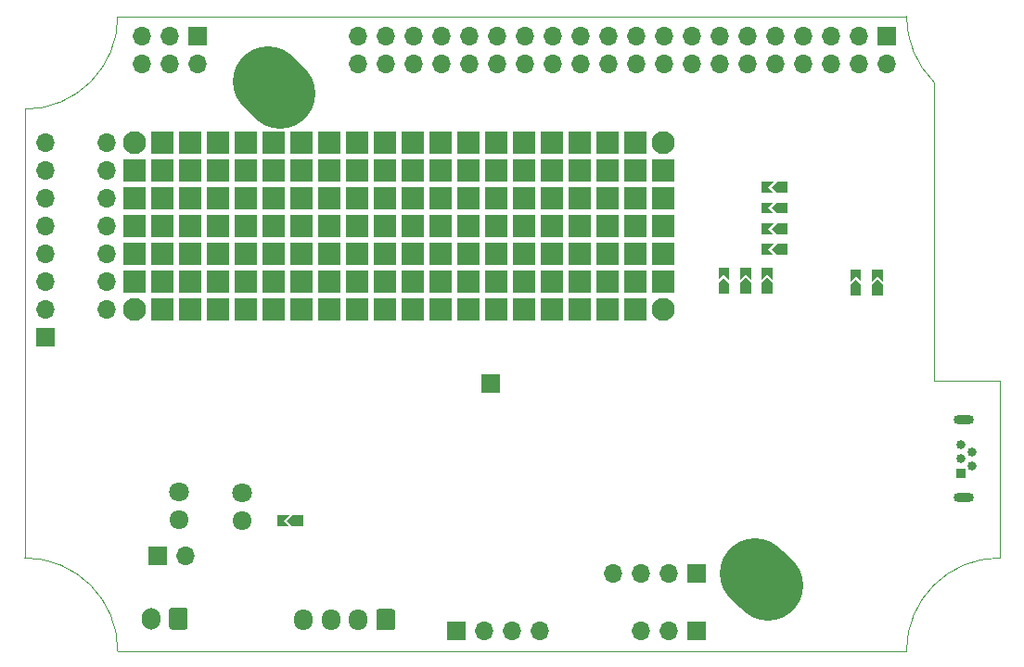
<source format=gbr>
G04 #@! TF.GenerationSoftware,KiCad,Pcbnew,5.1.5+dfsg1-2build2*
G04 #@! TF.CreationDate,2021-04-26T18:34:43+00:00*
G04 #@! TF.ProjectId,SH-ESP32,53482d45-5350-4333-922e-6b696361645f,0.3.1*
G04 #@! TF.SameCoordinates,Original*
G04 #@! TF.FileFunction,Soldermask,Bot*
G04 #@! TF.FilePolarity,Negative*
%FSLAX46Y46*%
G04 Gerber Fmt 4.6, Leading zero omitted, Abs format (unit mm)*
G04 Created by KiCad (PCBNEW 5.1.5+dfsg1-2build2) date 2021-04-26 18:34:43*
%MOMM*%
%LPD*%
G04 APERTURE LIST*
G04 #@! TA.AperFunction,Profile*
%ADD10C,0.050000*%
G04 #@! TD*
%ADD11O,1.700000X1.700000*%
%ADD12R,1.700000X1.700000*%
%ADD13C,6.400000*%
%ADD14O,1.700000X1.950000*%
%ADD15C,0.350000*%
%ADD16C,2.100000*%
%ADD17O,1.700000X2.000000*%
%ADD18R,0.840000X0.840000*%
%ADD19C,0.840000*%
%ADD20O,1.850000X0.850000*%
%ADD21C,1.800000*%
%ADD22O,1.800000X1.700000*%
%ADD23R,2.100000X2.100000*%
G04 APERTURE END LIST*
D10*
X178000000Y-90300000D02*
X178000000Y-106500000D01*
X172000000Y-90300000D02*
X172000092Y-63020889D01*
X178000000Y-90300000D02*
X172000000Y-90300000D01*
X169500000Y-115000000D02*
G75*
G02X178000000Y-106500000I8500000J0D01*
G01*
X89000000Y-106500000D02*
G75*
G02X97500000Y-115000000I0J-8500000D01*
G01*
X172000092Y-63020889D02*
G75*
G02X169500000Y-57000000I5999908J6020889D01*
G01*
X97500000Y-57000000D02*
G75*
G02X89000000Y-65500000I-8500000J0D01*
G01*
X169500000Y-115000000D02*
X97500000Y-115000000D01*
X169500000Y-57000000D02*
X97500000Y-57000000D01*
X89000000Y-65500000D02*
X89000000Y-106500000D01*
D11*
G04 #@! TO.C,J202*
X99740000Y-61340000D03*
X99740000Y-58800000D03*
X102280000Y-61340000D03*
X102280000Y-58800000D03*
X104820000Y-61340000D03*
D12*
X104820000Y-58800000D03*
G04 #@! TD*
D13*
G04 #@! TO.C,H1001*
X112315685Y-64065685D02*
X111184315Y-62934315D01*
G04 #@! TD*
G04 #@! TO.C,H1002*
X156815685Y-109065685D02*
X155684315Y-107934315D01*
G04 #@! TD*
D14*
G04 #@! TO.C,J601*
X114450000Y-112150000D03*
X116950000Y-112150000D03*
X119450000Y-112150000D03*
D15*
G36*
X122574504Y-111176204D02*
G01*
X122598773Y-111179804D01*
X122622571Y-111185765D01*
X122645671Y-111194030D01*
X122667849Y-111204520D01*
X122688893Y-111217133D01*
X122708598Y-111231747D01*
X122726777Y-111248223D01*
X122743253Y-111266402D01*
X122757867Y-111286107D01*
X122770480Y-111307151D01*
X122780970Y-111329329D01*
X122789235Y-111352429D01*
X122795196Y-111376227D01*
X122798796Y-111400496D01*
X122800000Y-111425000D01*
X122800000Y-112875000D01*
X122798796Y-112899504D01*
X122795196Y-112923773D01*
X122789235Y-112947571D01*
X122780970Y-112970671D01*
X122770480Y-112992849D01*
X122757867Y-113013893D01*
X122743253Y-113033598D01*
X122726777Y-113051777D01*
X122708598Y-113068253D01*
X122688893Y-113082867D01*
X122667849Y-113095480D01*
X122645671Y-113105970D01*
X122622571Y-113114235D01*
X122598773Y-113120196D01*
X122574504Y-113123796D01*
X122550000Y-113125000D01*
X121350000Y-113125000D01*
X121325496Y-113123796D01*
X121301227Y-113120196D01*
X121277429Y-113114235D01*
X121254329Y-113105970D01*
X121232151Y-113095480D01*
X121211107Y-113082867D01*
X121191402Y-113068253D01*
X121173223Y-113051777D01*
X121156747Y-113033598D01*
X121142133Y-113013893D01*
X121129520Y-112992849D01*
X121119030Y-112970671D01*
X121110765Y-112947571D01*
X121104804Y-112923773D01*
X121101204Y-112899504D01*
X121100000Y-112875000D01*
X121100000Y-111425000D01*
X121101204Y-111400496D01*
X121104804Y-111376227D01*
X121110765Y-111352429D01*
X121119030Y-111329329D01*
X121129520Y-111307151D01*
X121142133Y-111286107D01*
X121156747Y-111266402D01*
X121173223Y-111248223D01*
X121191402Y-111231747D01*
X121211107Y-111217133D01*
X121232151Y-111204520D01*
X121254329Y-111194030D01*
X121277429Y-111185765D01*
X121301227Y-111179804D01*
X121325496Y-111176204D01*
X121350000Y-111175000D01*
X122550000Y-111175000D01*
X122574504Y-111176204D01*
G37*
G04 #@! TD*
D16*
G04 #@! TO.C,REF\002A\002A*
X147320000Y-83820000D03*
G04 #@! TD*
G04 #@! TO.C,REF\002A\002A*
X99060000Y-83820000D03*
G04 #@! TD*
G04 #@! TO.C,REF\002A\002A*
X99060000Y-68580000D03*
G04 #@! TD*
G04 #@! TO.C,REF\002A\002A*
X147320000Y-68580000D03*
G04 #@! TD*
D12*
G04 #@! TO.C,J702*
X150300000Y-107910000D03*
D11*
X147760000Y-107910000D03*
X145220000Y-107910000D03*
X142680000Y-107910000D03*
G04 #@! TD*
D17*
G04 #@! TO.C,J301*
X100540000Y-112050000D03*
D15*
G36*
X103664504Y-111051204D02*
G01*
X103688773Y-111054804D01*
X103712571Y-111060765D01*
X103735671Y-111069030D01*
X103757849Y-111079520D01*
X103778893Y-111092133D01*
X103798598Y-111106747D01*
X103816777Y-111123223D01*
X103833253Y-111141402D01*
X103847867Y-111161107D01*
X103860480Y-111182151D01*
X103870970Y-111204329D01*
X103879235Y-111227429D01*
X103885196Y-111251227D01*
X103888796Y-111275496D01*
X103890000Y-111300000D01*
X103890000Y-112800000D01*
X103888796Y-112824504D01*
X103885196Y-112848773D01*
X103879235Y-112872571D01*
X103870970Y-112895671D01*
X103860480Y-112917849D01*
X103847867Y-112938893D01*
X103833253Y-112958598D01*
X103816777Y-112976777D01*
X103798598Y-112993253D01*
X103778893Y-113007867D01*
X103757849Y-113020480D01*
X103735671Y-113030970D01*
X103712571Y-113039235D01*
X103688773Y-113045196D01*
X103664504Y-113048796D01*
X103640000Y-113050000D01*
X102440000Y-113050000D01*
X102415496Y-113048796D01*
X102391227Y-113045196D01*
X102367429Y-113039235D01*
X102344329Y-113030970D01*
X102322151Y-113020480D01*
X102301107Y-113007867D01*
X102281402Y-112993253D01*
X102263223Y-112976777D01*
X102246747Y-112958598D01*
X102232133Y-112938893D01*
X102219520Y-112917849D01*
X102209030Y-112895671D01*
X102200765Y-112872571D01*
X102194804Y-112848773D01*
X102191204Y-112824504D01*
X102190000Y-112800000D01*
X102190000Y-111300000D01*
X102191204Y-111275496D01*
X102194804Y-111251227D01*
X102200765Y-111227429D01*
X102209030Y-111204329D01*
X102219520Y-111182151D01*
X102232133Y-111161107D01*
X102246747Y-111141402D01*
X102263223Y-111123223D01*
X102281402Y-111106747D01*
X102301107Y-111092133D01*
X102322151Y-111079520D01*
X102344329Y-111069030D01*
X102367429Y-111060765D01*
X102391227Y-111054804D01*
X102415496Y-111051204D01*
X102440000Y-111050000D01*
X103640000Y-111050000D01*
X103664504Y-111051204D01*
G37*
G04 #@! TD*
D18*
G04 #@! TO.C,J401*
X174500000Y-98750000D03*
D19*
X175500000Y-98100000D03*
X174500000Y-97450000D03*
X175500000Y-96800000D03*
X174500000Y-96150000D03*
D20*
X174720000Y-101025000D03*
X174720000Y-93875000D03*
G04 #@! TD*
D12*
G04 #@! TO.C,J203*
X131550000Y-90540000D03*
G04 #@! TD*
D15*
G04 #@! TO.C,JP206*
G36*
X156235000Y-74020000D02*
G01*
X157385000Y-74020000D01*
X156885000Y-74520000D01*
X157385000Y-75020000D01*
X156235000Y-75020000D01*
X156235000Y-74020000D01*
G37*
G36*
X157160000Y-74520000D02*
G01*
X157660000Y-74020000D01*
X158660000Y-74020000D01*
X158660000Y-75020000D01*
X157660000Y-75020000D01*
X157160000Y-74520000D01*
G37*
G04 #@! TD*
D11*
G04 #@! TO.C,J201*
X119390000Y-61340000D03*
X119390000Y-58800000D03*
X121930000Y-61340000D03*
X121930000Y-58800000D03*
X124470000Y-61340000D03*
X124470000Y-58800000D03*
X127010000Y-61340000D03*
X127010000Y-58800000D03*
X129550000Y-61340000D03*
X129550000Y-58800000D03*
X132090000Y-61340000D03*
X132090000Y-58800000D03*
X134630000Y-61340000D03*
X134630000Y-58800000D03*
X137170000Y-61340000D03*
X137170000Y-58800000D03*
X139710000Y-61340000D03*
X139710000Y-58800000D03*
X142250000Y-61340000D03*
X142250000Y-58800000D03*
X144790000Y-61340000D03*
X144790000Y-58800000D03*
X147330000Y-61340000D03*
X147330000Y-58800000D03*
X149870000Y-61340000D03*
X149870000Y-58800000D03*
X152410000Y-61340000D03*
X152410000Y-58800000D03*
X154950000Y-61340000D03*
X154950000Y-58800000D03*
X157490000Y-61340000D03*
X157490000Y-58800000D03*
X160030000Y-61340000D03*
X160030000Y-58800000D03*
X162570000Y-61340000D03*
X162570000Y-58800000D03*
X165110000Y-61340000D03*
X165110000Y-58800000D03*
X167650000Y-61340000D03*
D12*
X167650000Y-58800000D03*
G04 #@! TD*
D15*
G04 #@! TO.C,JP601*
G36*
X112022000Y-102624000D02*
G01*
X113172000Y-102624000D01*
X112672000Y-103124000D01*
X113172000Y-103624000D01*
X112022000Y-103624000D01*
X112022000Y-102624000D01*
G37*
G36*
X112947000Y-103124000D02*
G01*
X113447000Y-102624000D01*
X114447000Y-102624000D01*
X114447000Y-103624000D01*
X113447000Y-103624000D01*
X112947000Y-103124000D01*
G37*
G04 #@! TD*
D21*
G04 #@! TO.C,J303*
X103124000Y-100457000D03*
D22*
X103124000Y-102997000D03*
G04 #@! TD*
D21*
G04 #@! TO.C,J602*
X108850000Y-100600000D03*
D22*
X108850000Y-103140000D03*
G04 #@! TD*
D11*
G04 #@! TO.C,J207*
X96520000Y-68580000D03*
X96520000Y-71120000D03*
X96520000Y-73660000D03*
X96520000Y-76200000D03*
X96520000Y-78740000D03*
X96520000Y-81280000D03*
X96520000Y-83820000D03*
G04 #@! TD*
D23*
G04 #@! TO.C,REF\002A\002A*
X101600000Y-81280000D03*
G04 #@! TD*
G04 #@! TO.C,REF\002A\002A*
X104140000Y-81280000D03*
G04 #@! TD*
G04 #@! TO.C,REF\002A\002A*
X104140000Y-78740000D03*
G04 #@! TD*
G04 #@! TO.C,REF\002A\002A*
X104140000Y-73660000D03*
G04 #@! TD*
G04 #@! TO.C,REF\002A\002A*
X99060000Y-73660000D03*
G04 #@! TD*
G04 #@! TO.C,REF\002A\002A*
X101600000Y-73660000D03*
G04 #@! TD*
G04 #@! TO.C,REF\002A\002A*
X101600000Y-71120000D03*
G04 #@! TD*
G04 #@! TO.C,REF\002A\002A*
X101600000Y-78740000D03*
G04 #@! TD*
G04 #@! TO.C,REF\002A\002A*
X101600000Y-76200000D03*
G04 #@! TD*
G04 #@! TO.C,REF\002A\002A*
X99060000Y-78740000D03*
G04 #@! TD*
G04 #@! TO.C,REF\002A\002A*
X99060000Y-76200000D03*
G04 #@! TD*
G04 #@! TO.C,REF\002A\002A*
X99060000Y-81280000D03*
G04 #@! TD*
G04 #@! TO.C,REF\002A\002A*
X99060000Y-71120000D03*
G04 #@! TD*
G04 #@! TO.C,REF\002A\002A*
X104140000Y-76200000D03*
G04 #@! TD*
G04 #@! TO.C,REF\002A\002A*
X104140000Y-71120000D03*
G04 #@! TD*
G04 #@! TO.C,REF\002A\002A*
X104140000Y-83820000D03*
G04 #@! TD*
G04 #@! TO.C,REF\002A\002A*
X101600000Y-83820000D03*
G04 #@! TD*
G04 #@! TO.C,REF\002A\002A*
X104140000Y-68580000D03*
G04 #@! TD*
G04 #@! TO.C,REF\002A\002A*
X101600000Y-68580000D03*
G04 #@! TD*
D11*
G04 #@! TO.C,J206*
X90875000Y-68580000D03*
X90875000Y-71120000D03*
X90875000Y-73660000D03*
X90875000Y-76200000D03*
X90875000Y-78740000D03*
X90875000Y-81280000D03*
X90875000Y-83820000D03*
D12*
X90875000Y-86360000D03*
G04 #@! TD*
D11*
G04 #@! TO.C,J302*
X103640000Y-106300000D03*
D12*
X101100000Y-106300000D03*
G04 #@! TD*
D15*
G04 #@! TO.C,JP208*
G36*
X156235000Y-75920000D02*
G01*
X157385000Y-75920000D01*
X156885000Y-76420000D01*
X157385000Y-76920000D01*
X156235000Y-76920000D01*
X156235000Y-75920000D01*
G37*
G36*
X157160000Y-76420000D02*
G01*
X157660000Y-75920000D01*
X158660000Y-75920000D01*
X158660000Y-76920000D01*
X157660000Y-76920000D01*
X157160000Y-76420000D01*
G37*
G04 #@! TD*
G04 #@! TO.C,JP209*
G36*
X156235000Y-72120000D02*
G01*
X157385000Y-72120000D01*
X156885000Y-72620000D01*
X157385000Y-73120000D01*
X156235000Y-73120000D01*
X156235000Y-72120000D01*
G37*
G36*
X157160000Y-72620000D02*
G01*
X157660000Y-72120000D01*
X158660000Y-72120000D01*
X158660000Y-73120000D01*
X157660000Y-73120000D01*
X157160000Y-72620000D01*
G37*
G04 #@! TD*
G04 #@! TO.C,JP207*
G36*
X153330000Y-79960000D02*
G01*
X153330000Y-81110000D01*
X152830000Y-80610000D01*
X152330000Y-81110000D01*
X152330000Y-79960000D01*
X153330000Y-79960000D01*
G37*
G36*
X152830000Y-80885000D02*
G01*
X153330000Y-81385000D01*
X153330000Y-82385000D01*
X152330000Y-82385000D01*
X152330000Y-81385000D01*
X152830000Y-80885000D01*
G37*
G04 #@! TD*
G04 #@! TO.C,JP205*
G36*
X156235000Y-77820000D02*
G01*
X157385000Y-77820000D01*
X156885000Y-78320000D01*
X157385000Y-78820000D01*
X156235000Y-78820000D01*
X156235000Y-77820000D01*
G37*
G36*
X157160000Y-78320000D02*
G01*
X157660000Y-77820000D01*
X158660000Y-77820000D01*
X158660000Y-78820000D01*
X157660000Y-78820000D01*
X157160000Y-78320000D01*
G37*
G04 #@! TD*
G04 #@! TO.C,JP204*
G36*
X155300000Y-79950000D02*
G01*
X155300000Y-81100000D01*
X154800000Y-80600000D01*
X154300000Y-81100000D01*
X154300000Y-79950000D01*
X155300000Y-79950000D01*
G37*
G36*
X154800000Y-80875000D02*
G01*
X155300000Y-81375000D01*
X155300000Y-82375000D01*
X154300000Y-82375000D01*
X154300000Y-81375000D01*
X154800000Y-80875000D01*
G37*
G04 #@! TD*
G04 #@! TO.C,JP203*
G36*
X165360000Y-80120000D02*
G01*
X165360000Y-81270000D01*
X164860000Y-80770000D01*
X164360000Y-81270000D01*
X164360000Y-80120000D01*
X165360000Y-80120000D01*
G37*
G36*
X164860000Y-81045000D02*
G01*
X165360000Y-81545000D01*
X165360000Y-82545000D01*
X164360000Y-82545000D01*
X164360000Y-81545000D01*
X164860000Y-81045000D01*
G37*
G04 #@! TD*
G04 #@! TO.C,JP202*
G36*
X167320000Y-80120000D02*
G01*
X167320000Y-81270000D01*
X166820000Y-80770000D01*
X166320000Y-81270000D01*
X166320000Y-80120000D01*
X167320000Y-80120000D01*
G37*
G36*
X166820000Y-81045000D02*
G01*
X167320000Y-81545000D01*
X167320000Y-82545000D01*
X166320000Y-82545000D01*
X166320000Y-81545000D01*
X166820000Y-81045000D01*
G37*
G04 #@! TD*
G04 #@! TO.C,JP201*
G36*
X157280000Y-79955000D02*
G01*
X157280000Y-81105000D01*
X156780000Y-80605000D01*
X156280000Y-81105000D01*
X156280000Y-79955000D01*
X157280000Y-79955000D01*
G37*
G36*
X156780000Y-80880000D02*
G01*
X157280000Y-81380000D01*
X157280000Y-82380000D01*
X156280000Y-82380000D01*
X156280000Y-81380000D01*
X156780000Y-80880000D01*
G37*
G04 #@! TD*
D23*
G04 #@! TO.C,REF\002A\002A*
X109220000Y-68580000D03*
G04 #@! TD*
G04 #@! TO.C,REF\002A\002A*
X106680000Y-68580000D03*
G04 #@! TD*
G04 #@! TO.C,REF\002A\002A*
X147320000Y-71120000D03*
G04 #@! TD*
G04 #@! TO.C,REF\002A\002A*
X144780000Y-68580000D03*
G04 #@! TD*
G04 #@! TO.C,REF\002A\002A*
X147320000Y-76200000D03*
G04 #@! TD*
G04 #@! TO.C,REF\002A\002A*
X147320000Y-78740000D03*
G04 #@! TD*
G04 #@! TO.C,REF\002A\002A*
X147320000Y-81280000D03*
G04 #@! TD*
G04 #@! TO.C,REF\002A\002A*
X147320000Y-73660000D03*
G04 #@! TD*
G04 #@! TO.C,REF\002A\002A*
X124460000Y-68580000D03*
G04 #@! TD*
G04 #@! TO.C,REF\002A\002A*
X114300000Y-68580000D03*
G04 #@! TD*
G04 #@! TO.C,REF\002A\002A*
X132080000Y-68580000D03*
G04 #@! TD*
G04 #@! TO.C,REF\002A\002A*
X127000000Y-68580000D03*
G04 #@! TD*
G04 #@! TO.C,REF\002A\002A*
X129540000Y-68580000D03*
G04 #@! TD*
G04 #@! TO.C,REF\002A\002A*
X119380000Y-68580000D03*
G04 #@! TD*
G04 #@! TO.C,REF\002A\002A*
X139700000Y-68580000D03*
G04 #@! TD*
G04 #@! TO.C,REF\002A\002A*
X137160000Y-68580000D03*
G04 #@! TD*
G04 #@! TO.C,REF\002A\002A*
X116840000Y-68580000D03*
G04 #@! TD*
G04 #@! TO.C,REF\002A\002A*
X111760000Y-68580000D03*
G04 #@! TD*
G04 #@! TO.C,REF\002A\002A*
X134620000Y-68580000D03*
G04 #@! TD*
G04 #@! TO.C,REF\002A\002A*
X121920000Y-68580000D03*
G04 #@! TD*
G04 #@! TO.C,REF\002A\002A*
X142240000Y-68580000D03*
G04 #@! TD*
G04 #@! TO.C,REF\002A\002A*
X121920000Y-83820000D03*
G04 #@! TD*
G04 #@! TO.C,REF\002A\002A*
X109220000Y-83820000D03*
G04 #@! TD*
G04 #@! TO.C,REF\002A\002A*
X111760000Y-83820000D03*
G04 #@! TD*
G04 #@! TO.C,REF\002A\002A*
X127000000Y-83820000D03*
G04 #@! TD*
G04 #@! TO.C,REF\002A\002A*
X134620000Y-83820000D03*
G04 #@! TD*
G04 #@! TO.C,REF\002A\002A*
X119380000Y-83820000D03*
G04 #@! TD*
G04 #@! TO.C,REF\002A\002A*
X137160000Y-83820000D03*
G04 #@! TD*
G04 #@! TO.C,REF\002A\002A*
X139700000Y-83820000D03*
G04 #@! TD*
G04 #@! TO.C,REF\002A\002A*
X142240000Y-83820000D03*
G04 #@! TD*
G04 #@! TO.C,REF\002A\002A*
X144780000Y-83820000D03*
G04 #@! TD*
G04 #@! TO.C,REF\002A\002A*
X124460000Y-83820000D03*
G04 #@! TD*
G04 #@! TO.C,REF\002A\002A*
X106680000Y-83820000D03*
G04 #@! TD*
G04 #@! TO.C,REF\002A\002A*
X114300000Y-83820000D03*
G04 #@! TD*
G04 #@! TO.C,REF\002A\002A*
X116840000Y-83820000D03*
G04 #@! TD*
G04 #@! TO.C,REF\002A\002A*
X132080000Y-83820000D03*
G04 #@! TD*
G04 #@! TO.C,REF\002A\002A*
X129540000Y-83820000D03*
G04 #@! TD*
G04 #@! TO.C,REF\002A\002A*
X114300000Y-73660000D03*
G04 #@! TD*
G04 #@! TO.C,REF\002A\002A*
X111760000Y-71120000D03*
G04 #@! TD*
G04 #@! TO.C,REF\002A\002A*
X111760000Y-76200000D03*
G04 #@! TD*
G04 #@! TO.C,REF\002A\002A*
X124460000Y-76200000D03*
G04 #@! TD*
G04 #@! TO.C,REF\002A\002A*
X106680000Y-71120000D03*
G04 #@! TD*
G04 #@! TO.C,REF\002A\002A*
X106680000Y-81280000D03*
G04 #@! TD*
G04 #@! TO.C,REF\002A\002A*
X106680000Y-76200000D03*
G04 #@! TD*
G04 #@! TO.C,REF\002A\002A*
X106680000Y-78740000D03*
G04 #@! TD*
G04 #@! TO.C,REF\002A\002A*
X109220000Y-76200000D03*
G04 #@! TD*
G04 #@! TO.C,REF\002A\002A*
X109220000Y-78740000D03*
G04 #@! TD*
G04 #@! TO.C,REF\002A\002A*
X109220000Y-71120000D03*
G04 #@! TD*
G04 #@! TO.C,REF\002A\002A*
X109220000Y-73660000D03*
G04 #@! TD*
G04 #@! TO.C,REF\002A\002A*
X106680000Y-73660000D03*
G04 #@! TD*
G04 #@! TO.C,REF\002A\002A*
X114300000Y-76200000D03*
G04 #@! TD*
G04 #@! TO.C,REF\002A\002A*
X114300000Y-78740000D03*
G04 #@! TD*
G04 #@! TO.C,REF\002A\002A*
X111760000Y-73660000D03*
G04 #@! TD*
G04 #@! TO.C,REF\002A\002A*
X114300000Y-81280000D03*
G04 #@! TD*
G04 #@! TO.C,REF\002A\002A*
X111760000Y-78740000D03*
G04 #@! TD*
G04 #@! TO.C,REF\002A\002A*
X124460000Y-78740000D03*
G04 #@! TD*
G04 #@! TO.C,REF\002A\002A*
X116840000Y-81280000D03*
G04 #@! TD*
G04 #@! TO.C,REF\002A\002A*
X116840000Y-76200000D03*
G04 #@! TD*
G04 #@! TO.C,REF\002A\002A*
X116840000Y-78740000D03*
G04 #@! TD*
G04 #@! TO.C,REF\002A\002A*
X119380000Y-76200000D03*
G04 #@! TD*
G04 #@! TO.C,REF\002A\002A*
X119380000Y-78740000D03*
G04 #@! TD*
G04 #@! TO.C,REF\002A\002A*
X119380000Y-71120000D03*
G04 #@! TD*
G04 #@! TO.C,REF\002A\002A*
X119380000Y-73660000D03*
G04 #@! TD*
G04 #@! TO.C,REF\002A\002A*
X116840000Y-73660000D03*
G04 #@! TD*
G04 #@! TO.C,REF\002A\002A*
X116840000Y-71120000D03*
G04 #@! TD*
G04 #@! TO.C,REF\002A\002A*
X119380000Y-81280000D03*
G04 #@! TD*
G04 #@! TO.C,REF\002A\002A*
X121920000Y-76200000D03*
G04 #@! TD*
G04 #@! TO.C,REF\002A\002A*
X121920000Y-78740000D03*
G04 #@! TD*
G04 #@! TO.C,REF\002A\002A*
X121920000Y-81280000D03*
G04 #@! TD*
G04 #@! TO.C,REF\002A\002A*
X121920000Y-73660000D03*
G04 #@! TD*
G04 #@! TO.C,REF\002A\002A*
X121920000Y-71120000D03*
G04 #@! TD*
G04 #@! TO.C,REF\002A\002A*
X124460000Y-81280000D03*
G04 #@! TD*
G04 #@! TO.C,REF\002A\002A*
X124460000Y-73660000D03*
G04 #@! TD*
G04 #@! TO.C,REF\002A\002A*
X114300000Y-71120000D03*
G04 #@! TD*
G04 #@! TO.C,REF\002A\002A*
X111760000Y-81280000D03*
G04 #@! TD*
G04 #@! TO.C,REF\002A\002A*
X109220000Y-81280000D03*
G04 #@! TD*
G04 #@! TO.C,REF\002A\002A*
X124460000Y-71120000D03*
G04 #@! TD*
G04 #@! TO.C,REF\002A\002A*
X134620000Y-76200000D03*
G04 #@! TD*
G04 #@! TO.C,REF\002A\002A*
X134620000Y-78740000D03*
G04 #@! TD*
G04 #@! TO.C,REF\002A\002A*
X127000000Y-81280000D03*
G04 #@! TD*
G04 #@! TO.C,REF\002A\002A*
X127000000Y-76200000D03*
G04 #@! TD*
G04 #@! TO.C,REF\002A\002A*
X127000000Y-78740000D03*
G04 #@! TD*
G04 #@! TO.C,REF\002A\002A*
X129540000Y-76200000D03*
G04 #@! TD*
G04 #@! TO.C,REF\002A\002A*
X129540000Y-78740000D03*
G04 #@! TD*
G04 #@! TO.C,REF\002A\002A*
X129540000Y-71120000D03*
G04 #@! TD*
G04 #@! TO.C,REF\002A\002A*
X129540000Y-73660000D03*
G04 #@! TD*
G04 #@! TO.C,REF\002A\002A*
X127000000Y-73660000D03*
G04 #@! TD*
G04 #@! TO.C,REF\002A\002A*
X127000000Y-71120000D03*
G04 #@! TD*
G04 #@! TO.C,REF\002A\002A*
X129540000Y-81280000D03*
G04 #@! TD*
G04 #@! TO.C,REF\002A\002A*
X132080000Y-76200000D03*
G04 #@! TD*
G04 #@! TO.C,REF\002A\002A*
X132080000Y-78740000D03*
G04 #@! TD*
G04 #@! TO.C,REF\002A\002A*
X132080000Y-81280000D03*
G04 #@! TD*
G04 #@! TO.C,REF\002A\002A*
X132080000Y-73660000D03*
G04 #@! TD*
G04 #@! TO.C,REF\002A\002A*
X132080000Y-71120000D03*
G04 #@! TD*
G04 #@! TO.C,REF\002A\002A*
X134620000Y-81280000D03*
G04 #@! TD*
G04 #@! TO.C,REF\002A\002A*
X134620000Y-73660000D03*
G04 #@! TD*
G04 #@! TO.C,REF\002A\002A*
X134620000Y-71120000D03*
G04 #@! TD*
G04 #@! TO.C,REF\002A\002A*
X139700000Y-76200000D03*
G04 #@! TD*
G04 #@! TO.C,REF\002A\002A*
X139700000Y-78740000D03*
G04 #@! TD*
G04 #@! TO.C,REF\002A\002A*
X137160000Y-76200000D03*
G04 #@! TD*
G04 #@! TO.C,REF\002A\002A*
X137160000Y-78740000D03*
G04 #@! TD*
G04 #@! TO.C,REF\002A\002A*
X137160000Y-81280000D03*
G04 #@! TD*
G04 #@! TO.C,REF\002A\002A*
X137160000Y-73660000D03*
G04 #@! TD*
G04 #@! TO.C,REF\002A\002A*
X137160000Y-71120000D03*
G04 #@! TD*
G04 #@! TO.C,REF\002A\002A*
X139700000Y-81280000D03*
G04 #@! TD*
G04 #@! TO.C,REF\002A\002A*
X139700000Y-73660000D03*
G04 #@! TD*
G04 #@! TO.C,REF\002A\002A*
X139700000Y-71120000D03*
G04 #@! TD*
G04 #@! TO.C,REF\002A\002A*
X142240000Y-76200000D03*
G04 #@! TD*
G04 #@! TO.C,REF\002A\002A*
X142240000Y-78740000D03*
G04 #@! TD*
G04 #@! TO.C,REF\002A\002A*
X142240000Y-81280000D03*
G04 #@! TD*
G04 #@! TO.C,REF\002A\002A*
X142240000Y-73660000D03*
G04 #@! TD*
G04 #@! TO.C,REF\002A\002A*
X142240000Y-71120000D03*
G04 #@! TD*
G04 #@! TO.C,REF\002A\002A*
X144780000Y-73660000D03*
G04 #@! TD*
G04 #@! TO.C,REF\002A\002A*
X144780000Y-71120000D03*
G04 #@! TD*
G04 #@! TO.C,REF\002A\002A*
X144780000Y-78740000D03*
G04 #@! TD*
G04 #@! TO.C,REF\002A\002A*
X144780000Y-76200000D03*
G04 #@! TD*
G04 #@! TO.C,REF\002A\002A*
X144780000Y-81280000D03*
G04 #@! TD*
D12*
G04 #@! TO.C,J801*
X150300000Y-113190000D03*
D11*
X147760000Y-113190000D03*
X145220000Y-113190000D03*
G04 #@! TD*
G04 #@! TO.C,J901*
X136040000Y-113200000D03*
X133500000Y-113200000D03*
X130960000Y-113200000D03*
D12*
X128420000Y-113200000D03*
G04 #@! TD*
M02*

</source>
